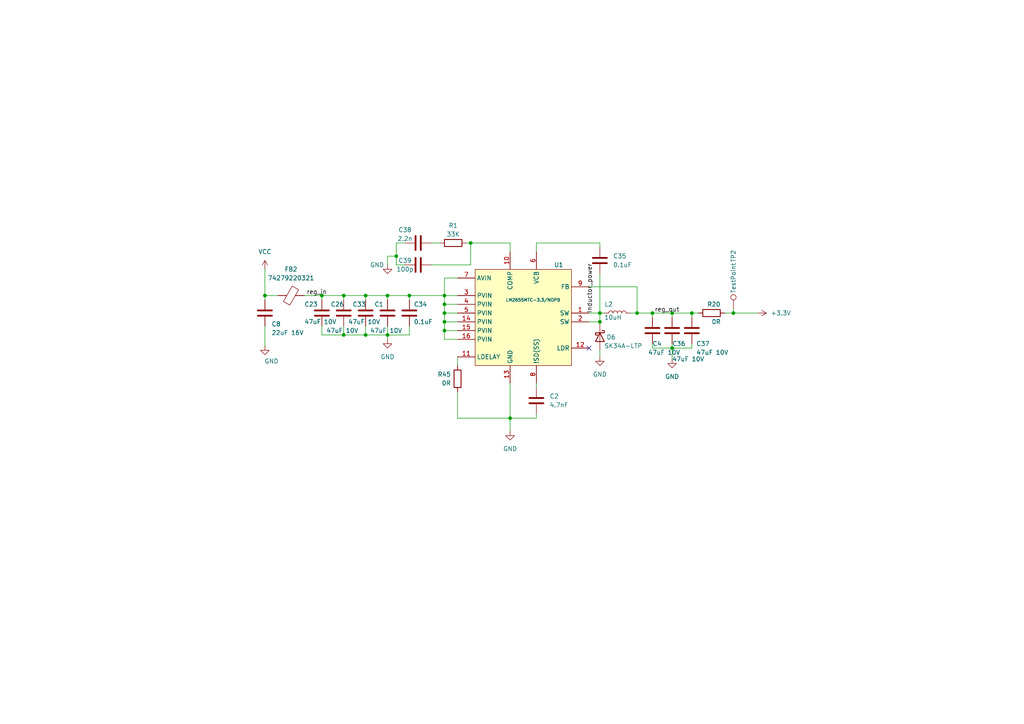
<source format=kicad_sch>
(kicad_sch (version 20230121) (generator eeschema)
  (paper "A4")
  (title_block (title "Hestia") (date "2022-07-14") (rev "2.0") (company "Mawson Rovers"))
  (lib_symbols
    (symbol "Connector:TestPoint" (pin_numbers hide) (pin_names (offset 0.762) hide)
      (property "Reference" "TP" (at 0 6.858 0))
      (property "Value" "TestPoint" (at 0 5.08 0))
      (symbol "TestPoint_0_1"
        (circle (center 0 3.302) (radius 0.762))
      )
      (symbol "TestPoint_1_1"
        (pin passive line (at 0 0 90) (length 2.54) (name "1") (number "1"))
      )
    )
    (symbol "Device:C" (pin_numbers hide) (pin_names (offset 0.254))
      (property "Reference" "C" (at 0.635 2.54 0))
      (property "Value" "C" (at 0.635 -2.54 0))
      (symbol "C_0_1"
        (polyline (pts (xy -2.032 -0.762) (xy 2.032 -0.762)) (stroke (width 0.508)))
        (polyline (pts (xy -2.032 0.762) (xy 2.032 0.762)) (stroke (width 0.508)))
      )
      (symbol "C_1_1"
        (pin passive line (at 0 3.81 270) (length 2.794) (name "~") (number "1"))
        (pin passive line (at 0 -3.81 90) (length 2.794) (name "~") (number "2"))
      )
    )
    (symbol "Device:D_Schottky" (pin_numbers hide) (pin_names (offset 1.016) hide)
      (property "Reference" "D" (at 0 2.54 0))
      (property "Value" "D_Schottky" (at 0 -2.54 0))
      (symbol "D_Schottky_0_1"
        (polyline (pts (xy 1.27 0) (xy -1.27 0)))
        (polyline (pts (xy 1.27 1.27) (xy 1.27 -1.27) (xy -1.27 0) (xy 1.27 1.27)) (stroke (width 0.254)))
        (polyline (pts (xy -1.905 0.635) (xy -1.905 1.27) (xy -1.27 1.27) (xy -1.27 -1.27) (xy -0.635 -1.27) (xy -0.635 -0.635)) (stroke (width 0.254)))
      )
      (symbol "D_Schottky_1_1"
        (pin passive line (at -3.81 0 0) (length 2.54) (name "K") (number "1"))
        (pin passive line (at 3.81 0 180) (length 2.54) (name "A") (number "2"))
      )
    )
    (symbol "Device:FerriteBead" (pin_numbers hide) (pin_names (offset 0))
      (property "Reference" "FB" (at -3.81 0.635 90))
      (property "Value" "FerriteBead" (at 3.81 0 90))
      (symbol "FerriteBead_0_1"
        (polyline (pts (xy 0 -1.27) (xy 0 -1.2192)))
        (polyline (pts (xy 0 1.27) (xy 0 1.2954)))
        (polyline (pts (xy -2.7686 0.4064) (xy -1.7018 2.2606) (xy 2.7686 -0.3048) (xy 1.6764 -2.159) (xy -2.7686 0.4064)))
      )
      (symbol "FerriteBead_1_1"
        (pin passive line (at 0 3.81 270) (length 2.54) (name "~") (number "1"))
        (pin passive line (at 0 -3.81 90) (length 2.54) (name "~") (number "2"))
      )
    )
    (symbol "Device:L" (pin_numbers hide) (pin_names (offset 1.016) hide)
      (property "Reference" "L" (at -1.27 0 90))
      (property "Value" "L" (at 1.905 0 90))
      (symbol "L_0_1"
        (arc (start 0 -2.54) (mid 0.6323 -1.905) (end 0 -1.27))
        (arc (start 0 -1.27) (mid 0.6323 -0.635) (end 0 0))
        (arc (start 0 0) (mid 0.6323 0.635) (end 0 1.27))
        (arc (start 0 1.27) (mid 0.6323 1.905) (end 0 2.54))
      )
      (symbol "L_1_1"
        (pin passive line (at 0 3.81 270) (length 1.27) (name "1") (number "1"))
        (pin passive line (at 0 -3.81 90) (length 1.27) (name "2") (number "2"))
      )
    )
    (symbol "Device:R" (pin_numbers hide) (pin_names (offset 0))
      (property "Reference" "R" (at 2.032 0 90))
      (property "Value" "R" (at 0 0 90))
      (symbol "R_0_1"
        (rectangle (start -1.016 -2.54) (end 1.016 2.54) (stroke (width 0.254)))
      )
      (symbol "R_1_1"
        (pin passive line (at 0 3.81 270) (length 1.27) (name "~") (number "1"))
        (pin passive line (at 0 -3.81 90) (length 1.27) (name "~") (number "2"))
      )
    )
    (symbol "Hestia:LM2655MTC-3.3{slash}NOPB"
      (property "Reference" "U" (at -2.54 2.54 0))
      (property "Value" "LM2655MTC-3.3{slash}NOPB" (at -2.54 7.62 0))
      (symbol "LM2655MTC-3.3{slash}NOPB_0_1"
        (rectangle (start -17.78 17.78) (end 10.16 -10.16) (fill (type background)))
      )
      (symbol "LM2655MTC-3.3{slash}NOPB_1_1"
        (pin output line (at 15.24 5.08 180) (length 5.08) (name "SW") (number "1"))
        (pin input line (at -7.62 22.86 270) (length 5.08) (name "COMP") (number "10"))
        (pin input line (at -22.86 -7.62 0) (length 5.08) (name "LDELAY") (number "11"))
        (pin input line (at 15.24 -5.08 180) (length 5.08) (name "LDR") (number "12"))
        (pin power_in line (at -7.62 -15.24 90) (length 5.08) (name "GND") (number "13"))
        (pin power_in line (at -22.86 2.54 0) (length 5.08) (name "PVIN") (number "14"))
        (pin power_in line (at -22.86 0 0) (length 5.08) (name "PVIN") (number "15"))
        (pin power_in line (at -22.86 -2.54 0) (length 5.08) (name "PVIN") (number "16"))
        (pin output line (at 15.24 2.54 180) (length 5.08) (name "SW") (number "2"))
        (pin power_in line (at -22.86 10.16 0) (length 5.08) (name "PVIN") (number "3"))
        (pin power_in line (at -22.86 7.62 0) (length 5.08) (name "PVIN") (number "4"))
        (pin power_in line (at -22.86 5.08 0) (length 5.08) (name "PVIN") (number "5"))
        (pin input line (at 0 22.86 270) (length 5.08) (name "VCB") (number "6"))
        (pin power_in line (at -22.86 15.24 0) (length 5.08) (name "AVIN") (number "7"))
        (pin input line (at 0 -15.24 90) (length 5.08) (name "!SD(SS)") (number "8"))
        (pin input line (at 15.24 12.7 180) (length 5.08) (name "FB") (number "9"))
      )
    )
    (symbol "power:+3.3V" (power) (pin_names (offset 0))
      (property "Value" "+3.3V" (at 0 3.556 0))
      (symbol "+3.3V_0_1"
        (polyline (pts (xy -0.762 1.27) (xy 0 2.54)))
        (polyline (pts (xy 0 0) (xy 0 2.54)))
        (polyline (pts (xy 0 2.54) (xy 0.762 1.27)))
      )
      (symbol "+3.3V_1_1"
        (pin power_in line (at 0 0 90) (length 0) hide (name "+3.3V") (number "1"))
      )
    )
    (symbol "power:GND" (power) (pin_names (offset 0))
      (property "Value" "GND" (at 0 -3.81 0))
      (symbol "GND_0_1"
        (polyline (pts (xy 0 0) (xy 0 -1.27) (xy 1.27 -1.27) (xy 0 -2.54) (xy -1.27 -1.27) (xy 0 -1.27)))
      )
      (symbol "GND_1_1"
        (pin power_in line (at 0 0 270) (length 0) hide (name "GND") (number "1"))
      )
    )
    (symbol "power:VCC" (power) (pin_names (offset 0))
      (property "Value" "VCC" (at 0 3.81 0))
      (symbol "VCC_0_1"
        (polyline (pts (xy -0.762 1.27) (xy 0 2.54)))
        (polyline (pts (xy 0 0) (xy 0 2.54)))
        (polyline (pts (xy 0 2.54) (xy 0.762 1.27)))
      )
      (symbol "VCC_1_1"
        (pin power_in line (at 0 0 90) (length 0) hide (name "VCC") (number "1"))
      )
    )
  )
  (junction (at 93.345 85.725))
  (junction (at 128.905 88.265))
  (junction (at 194.945 90.805))
  (junction (at 184.785 90.805))
  (junction (at 114.935 74.295))
  (junction (at 173.99 90.805))
  (junction (at 200.66 90.805))
  (junction (at 147.955 121.285))
  (junction (at 118.745 85.725))
  (junction (at 128.905 90.805))
  (junction (at 106.045 97.155))
  (junction (at 128.905 95.885))
  (junction (at 128.905 85.725))
  (junction (at 194.945 100.965))
  (junction (at 106.045 85.725))
  (junction (at 128.905 93.345))
  (junction (at 112.395 85.725))
  (junction (at 112.395 97.155))
  (junction (at 136.525 70.485))
  (junction (at 212.725 90.805))
  (junction (at 99.695 97.155))
  (junction (at 99.695 85.725))
  (junction (at 76.835 85.725))
  (junction (at 173.99 93.345))
  (junction (at 189.23 90.805))
  (no_connect (at 170.815 100.965))
  (wire (pts (xy 189.23 92.075) (xy 189.23 90.805)))
  (wire (pts (xy 189.23 100.965) (xy 194.945 100.965)))
  (wire (pts (xy 155.575 73.025) (xy 155.575 70.485)))
  (wire (pts (xy 132.715 113.665) (xy 132.715 121.285)))
  (wire (pts (xy 194.945 100.965) (xy 200.66 100.965)))
  (wire (pts (xy 173.99 90.805) (xy 175.26 90.805)))
  (wire (pts (xy 99.695 94.615) (xy 99.695 97.155)))
  (wire (pts (xy 128.905 85.725) (xy 132.715 85.725)))
  (wire (pts (xy 128.905 93.345) (xy 128.905 95.885)))
  (wire (pts (xy 93.345 94.615) (xy 93.345 97.155)))
  (wire (pts (xy 106.045 94.615) (xy 106.045 97.155)))
  (wire (pts (xy 128.905 80.645) (xy 128.905 85.725)))
  (wire (pts (xy 155.575 120.015) (xy 155.575 121.285)))
  (wire (pts (xy 128.905 93.345) (xy 132.715 93.345)))
  (wire (pts (xy 128.905 88.265) (xy 128.905 85.725)))
  (wire (pts (xy 147.955 121.285) (xy 155.575 121.285)))
  (wire (pts (xy 117.475 76.835) (xy 114.935 76.835)))
  (wire (pts (xy 212.725 89.535) (xy 212.725 90.805)))
  (wire (pts (xy 128.905 93.345) (xy 128.905 90.805)))
  (wire (pts (xy 194.945 99.695) (xy 194.945 100.965)))
  (wire (pts (xy 93.345 85.725) (xy 99.695 85.725)))
  (wire (pts (xy 170.815 93.345) (xy 173.99 93.345)))
  (wire (pts (xy 212.725 90.805) (xy 219.71 90.805)))
  (wire (pts (xy 106.045 85.725) (xy 106.045 86.995)))
  (wire (pts (xy 194.945 100.965) (xy 194.945 104.14)))
  (wire (pts (xy 99.695 85.725) (xy 99.695 86.995)))
  (wire (pts (xy 189.23 99.695) (xy 189.23 100.965)))
  (wire (pts (xy 184.785 90.805) (xy 189.23 90.805)))
  (wire (pts (xy 125.095 70.485) (xy 127.635 70.485)))
  (wire (pts (xy 114.935 70.485) (xy 117.475 70.485)))
  (wire (pts (xy 173.99 93.345) (xy 173.99 90.805)))
  (wire (pts (xy 112.395 97.155) (xy 118.745 97.155)))
  (wire (pts (xy 118.745 85.725) (xy 112.395 85.725)))
  (wire (pts (xy 155.575 70.485) (xy 173.99 70.485)))
  (wire (pts (xy 212.725 90.805) (xy 210.185 90.805)))
  (wire (pts (xy 99.695 97.155) (xy 106.045 97.155)))
  (wire (pts (xy 112.395 74.295) (xy 114.935 74.295)))
  (wire (pts (xy 147.955 111.125) (xy 147.955 121.285)))
  (wire (pts (xy 135.255 70.485) (xy 136.525 70.485)))
  (wire (pts (xy 128.905 85.725) (xy 118.745 85.725)))
  (wire (pts (xy 200.66 99.695) (xy 200.66 100.965)))
  (wire (pts (xy 136.525 76.835) (xy 136.525 70.485)))
  (wire (pts (xy 194.945 90.805) (xy 194.945 92.075)))
  (wire (pts (xy 132.715 95.885) (xy 128.905 95.885)))
  (wire (pts (xy 132.715 98.425) (xy 128.905 98.425)))
  (wire (pts (xy 118.745 85.725) (xy 118.745 86.995)))
  (wire (pts (xy 76.835 78.105) (xy 76.835 85.725)))
  (wire (pts (xy 88.265 85.725) (xy 93.345 85.725)))
  (wire (pts (xy 106.045 97.155) (xy 112.395 97.155)))
  (wire (pts (xy 128.905 95.885) (xy 128.905 98.425)))
  (wire (pts (xy 173.99 70.485) (xy 173.99 71.755)))
  (wire (pts (xy 128.905 88.265) (xy 132.715 88.265)))
  (wire (pts (xy 200.66 90.805) (xy 200.66 92.075)))
  (wire (pts (xy 112.395 97.155) (xy 112.395 98.425)))
  (wire (pts (xy 147.955 121.285) (xy 147.955 125.095)))
  (wire (pts (xy 136.525 70.485) (xy 147.955 70.485)))
  (wire (pts (xy 132.715 103.505) (xy 132.715 106.045)))
  (wire (pts (xy 155.575 111.125) (xy 155.575 112.395)))
  (wire (pts (xy 114.935 74.295) (xy 114.935 70.485)))
  (wire (pts (xy 147.955 73.025) (xy 147.955 70.485)))
  (wire (pts (xy 112.395 85.725) (xy 112.395 86.995)))
  (wire (pts (xy 93.345 97.155) (xy 99.695 97.155)))
  (wire (pts (xy 76.835 85.725) (xy 76.835 86.995)))
  (wire (pts (xy 170.815 90.805) (xy 173.99 90.805)))
  (wire (pts (xy 194.945 90.805) (xy 200.66 90.805)))
  (wire (pts (xy 128.905 90.805) (xy 132.715 90.805)))
  (wire (pts (xy 189.23 90.805) (xy 194.945 90.805)))
  (wire (pts (xy 112.395 94.615) (xy 112.395 97.155)))
  (wire (pts (xy 184.785 90.805) (xy 184.785 83.185)))
  (wire (pts (xy 173.99 79.375) (xy 173.99 90.805)))
  (wire (pts (xy 76.835 85.725) (xy 80.645 85.725)))
  (wire (pts (xy 93.345 85.725) (xy 93.345 86.995)))
  (wire (pts (xy 132.715 80.645) (xy 128.905 80.645)))
  (wire (pts (xy 106.045 85.725) (xy 112.395 85.725)))
  (wire (pts (xy 99.695 85.725) (xy 106.045 85.725)))
  (wire (pts (xy 147.955 121.285) (xy 132.715 121.285)))
  (wire (pts (xy 170.815 83.185) (xy 184.785 83.185)))
  (wire (pts (xy 173.99 101.6) (xy 173.99 103.505)))
  (wire (pts (xy 118.745 94.615) (xy 118.745 97.155)))
  (wire (pts (xy 173.99 93.98) (xy 173.99 93.345)))
  (wire (pts (xy 182.88 90.805) (xy 184.785 90.805)))
  (wire (pts (xy 114.935 76.835) (xy 114.935 74.295)))
  (wire (pts (xy 76.835 94.615) (xy 76.835 100.33)))
  (wire (pts (xy 128.905 90.805) (xy 128.905 88.265)))
  (wire (pts (xy 125.095 76.835) (xy 136.525 76.835)))
  (wire (pts (xy 200.66 90.805) (xy 202.565 90.805)))
  (wire (pts (xy 112.395 76.835) (xy 112.395 74.295)))
  (label "reg_out" (at 189.865 90.805 0))
  (label "reg_in" (at 88.9 85.725 0))
  (label "Inductor_power" (at 172.085 90.805 90))
  (symbol (lib_id "power:GND") (at 194.945 104.14 0) (unit 1)
    (property "Reference" "#PWR05" (effects hide))
    (property "Value" "GND" (at 194.945 109.22 0))
  )
  (symbol (lib_id "power:GND") (at 112.395 76.835 0) (unit 1)
    (property "Reference" "#PWR0141" (effects hide))
    (property "Value" "GND" (at 107.315 76.835 0) (effects (justify left)))
  )
  (symbol (lib_id "Hestia:LM2655MTC-3.3{slash}NOPB") (at 155.575 95.885 0) (unit 1)
    (property "Reference" "U1" (at 160.655 76.835 0) (effects (justify left)))
    (property "Value" "LM2655MTC-3.3/NOPB" (at 146.685 86.995 0) (effects (font (size 0.9 0.9)) (justify left)))
    (property "Footprint" "Package_SO:TSSOP-16_4.4x5mm_P0.65mm" (effects hide))
    (property "Datasheet" "https://www.ti.com/lit/ds/symlink/lm2655.pdf?ts=1657771011072&ref_url=https%253A%252F%252Fwww.ti.com%252Fproduct%252FLM2655%252Fpart-details%252FLM2655MTC-3.3%252FNOPB" (effects hide))
    (property "Manufacturer" "Texas Instruments" (effects hide))
    (property "Type" "SMD" (effects hide))
    (property "Digikey Part" "LM2655MTC-3.3/NOPB-ND" (effects hide))
    (property "Mfr PN" "LM2655MTC-3.3/NOPB" (effects hide))
  )
  (symbol (lib_id "Device:L") (at 179.07 90.805 270) (mirror x) (unit 1)
    (property "Reference" "L2" (at 176.53 88.265 90))
    (property "Value" "10uH" (at 177.8 92.075 90))
    (property "Footprint" "Hestia:SRP5030C" (effects hide))
    (property "Type" "SMD" (effects hide))
    (property "Digikey Part" "118-SRP5030C-100MCT-ND" (effects hide))
    (property "Manufacturer" "Bourns Inc." (effects hide))
    (property "Mfr PN" "SRP5030C-100M" (effects hide))
  )
  (symbol (lib_id "Device:C") (at 76.835 90.805 0) (unit 1)
    (property "Reference" "C8" (at 78.74 93.98 0) (effects (justify left)))
    (property "Value" "22uF 16V" (at 78.74 96.52 0) (effects (justify left)))
    (property "Footprint" "Capacitor_SMD:C_1206_3216Metric" (effects hide))
    (property "LCSC Part" "C13585" (effects hide))
    (property "Digikey Part" "1276-2728-1-ND" (effects hide))
    (property "Type" "SMD" (effects hide))
    (property "Manufacturer" "Samsung Electro-Mechanics" (effects hide))
    (property "Mfr PN" "CL31A226MOCLNNC" (effects hide))
  )
  (symbol (lib_id "Device:C") (at 118.745 90.805 180) (unit 1)
    (property "Reference" "C34" (at 120.015 88.265 0) (effects (justify right)))
    (property "Value" "0.1uF" (at 120.015 93.345 0) (effects (justify right)))
    (property "Footprint" "Capacitor_SMD:C_0603_1608Metric_Pad1.08x0.95mm_HandSolder" (effects hide))
    (property "Type" "SMD" (effects hide))
    (property "Digikey Part" "1276-CL10B104KB8WPNDCT-ND" (effects hide))
    (property "Manufacturer" "Samsung Electro-Mechanics" (effects hide))
    (property "Mfr PN" "CL10B104KB8WPND" (effects hide))
  )
  (symbol (lib_id "Device:R") (at 132.715 109.855 0) (unit 1)
    (property "Reference" "R45" (at 130.81 108.5849 0) (effects (justify right)))
    (property "Value" "0R" (at 130.81 111.1249 0) (effects (justify right)))
    (property "Footprint" "Resistor_SMD:R_0603_1608Metric_Pad0.98x0.95mm_HandSolder" (effects hide))
    (property "Type" "SMD" (effects hide))
    (property "Digikey Part" "RMCF0603ZT0R00CT-ND" (effects hide))
    (property "Manufacturer" "Stackpole Electronics Inc" (effects hide))
    (property "Mfr PN" "RMCF0603ZT0R00" (effects hide))
  )
  (symbol (lib_id "Connector:TestPoint") (at 212.725 89.535 0) (unit 1)
    (property "Reference" "TP2" (at 212.725 74.295 90))
    (property "Value" "TestPoint" (at 212.725 80.645 90))
    (property "Footprint" "TestPoint:TestPoint_Pad_2.0x2.0mm" (effects hide))
  )
  (symbol (lib_id "Device:C") (at 121.285 70.485 270) (unit 1)
    (property "Reference" "C38" (at 117.475 66.675 90))
    (property "Value" "2.2n" (at 117.475 69.215 90))
    (property "Footprint" "Capacitor_SMD:C_0603_1608Metric_Pad1.08x0.95mm_HandSolder" (effects hide))
    (property "Type" "SMD" (effects hide))
    (property "Digikey Part" "399-6871-1-ND" (effects hide))
    (property "Manufacturer" "KEMET" (effects hide))
    (property "Mfr PN" "C0603C222K5RACAUTO" (effects hide))
  )
  (symbol (lib_id "Device:C") (at 99.695 90.805 0) (unit 1)
    (property "Reference" "C26" (at 95.885 88.265 0) (effects (justify left)))
    (property "Value" "47uF 10V" (at 94.615 95.885 0) (effects (justify left)))
    (property "Footprint" "Capacitor_SMD:C_0805_2012Metric_Pad1.18x1.45mm_HandSolder" (effects hide))
    (property "Type" "SMD" (effects hide))
    (property "Digikey Part" "587-5465-1-ND" (effects hide))
    (property "Manufacturer" "Taiyo Yuden" (effects hide))
    (property "Mfr PN" "LMK212BBJ476MG-T" (effects hide))
  )
  (symbol (lib_id "Device:D_Schottky") (at 173.99 97.79 270) (unit 1)
    (property "Reference" "D6" (at 175.895 97.79 90) (effects (justify left)))
    (property "Value" "SK34A-LTP" (at 175.26 100.33 90) (effects (justify left)))
    (property "Footprint" "Diode_SMD:D_SMA" (effects hide))
    (property "Datasheet" "https://www.mccsemi.com/pdf/Products/SK32A-L-SK310A-L(DO-214AC).pdf" (effects hide))
    (property "Type" "SMD" (effects hide))
    (property "Digikey Part" "SK34A-LTPMSCT-ND" (effects hide))
    (property "Manufacturer" "Micro Commercial Co" (effects hide))
    (property "Mfr PN" "SK34A-LTP" (effects hide))
  )
  (symbol (lib_id "Device:C") (at 173.99 75.565 0) (unit 1)
    (property "Reference" "C35" (at 177.8 74.2949 0) (effects (justify left)))
    (property "Value" "0.1uF" (at 177.8 76.8349 0) (effects (justify left)))
    (property "Footprint" "Capacitor_SMD:C_0603_1608Metric_Pad1.08x0.95mm_HandSolder" (effects hide))
    (property "Type" "SMD" (effects hide))
    (property "Digikey Part" "1276-CL10B104KB8WPNDCT-ND" (effects hide))
    (property "Manufacturer" "Samsung Electro-Mechanics" (effects hide))
    (property "Mfr PN" "CL10B104KB8WPND" (effects hide))
  )
  (symbol (lib_id "Device:C") (at 106.045 90.805 0) (unit 1)
    (property "Reference" "C33" (at 102.235 88.265 0) (effects (justify left)))
    (property "Value" "47uF 10V" (at 100.965 93.345 0) (effects (justify left)))
    (property "Footprint" "Capacitor_SMD:C_0805_2012Metric_Pad1.18x1.45mm_HandSolder" (effects hide))
    (property "Type" "SMD" (effects hide))
    (property "Digikey Part" "587-5465-1-ND" (effects hide))
    (property "Manufacturer" "Taiyo Yuden" (effects hide))
    (property "Mfr PN" "LMK212BBJ476MG-T" (effects hide))
  )
  (symbol (lib_id "power:GND") (at 173.99 103.505 0) (unit 1)
    (property "Reference" "#PWR04" (effects hide))
    (property "Value" "GND" (at 173.99 108.585 0))
  )
  (symbol (lib_id "Device:R") (at 131.445 70.485 270) (unit 1)
    (property "Reference" "R1" (at 131.445 65.405 90))
    (property "Value" "33K" (at 131.445 67.945 90))
    (property "Footprint" "Resistor_SMD:R_0603_1608Metric_Pad0.98x0.95mm_HandSolder" (effects hide))
    (property "Type" "SMD" (effects hide))
    (property "Digikey Part" "P33KBYCT-ND" (effects hide))
    (property "Manufacturer" "Panasonic Electronic Components" (effects hide))
    (property "Mfr PN" "ERJ-PA3F3302V" (effects hide))
  )
  (symbol (lib_id "Device:R") (at 206.375 90.805 270) (unit 1)
    (property "Reference" "R20" (at 205.105 88.265 90) (effects (justify left)))
    (property "Value" "0R" (at 206.375 93.345 90) (effects (justify left)))
    (property "Footprint" "Resistor_SMD:R_1210_3225Metric_Pad1.30x2.65mm_HandSolder" (effects hide))
    (property "Type" "SMD" (effects hide))
    (property "Digikey Part" "YAG3375CT-ND" (effects hide))
    (property "Manufacturer" "YAGEO" (effects hide))
    (property "Mfr PN" "RC1210JR-070RL" (effects hide))
  )
  (symbol (lib_id "power:GND") (at 76.835 100.33 0) (unit 1)
    (property "Reference" "#PWR08" (effects hide))
    (property "Value" "GND" (at 78.74 104.775 0))
  )
  (symbol (lib_id "Device:C") (at 194.945 95.885 0) (unit 1)
    (property "Reference" "C36" (at 194.945 99.695 0) (effects (justify left)))
    (property "Value" "47uF 10V" (at 194.945 104.14 0) (effects (justify left)))
    (property "Footprint" "Capacitor_SMD:C_0805_2012Metric_Pad1.18x1.45mm_HandSolder" (effects hide))
    (property "Type" "SMD" (effects hide))
    (property "Digikey Part" "587-5465-1-ND" (effects hide))
    (property "Manufacturer" "Taiyo Yuden" (effects hide))
    (property "Mfr PN" "LMK212BBJ476MG-T" (effects hide))
  )
  (symbol (lib_id "Device:C") (at 93.345 90.805 0) (unit 1)
    (property "Reference" "C23" (at 88.265 88.265 0) (effects (justify left)))
    (property "Value" "47uF 10V" (at 88.265 93.345 0) (effects (justify left)))
    (property "Footprint" "Capacitor_SMD:C_0805_2012Metric_Pad1.18x1.45mm_HandSolder" (effects hide))
    (property "Type" "SMD" (effects hide))
    (property "Digikey Part" "587-5465-1-ND" (effects hide))
    (property "Manufacturer" "Taiyo Yuden" (effects hide))
    (property "Mfr PN" "LMK212BBJ476MG-T" (effects hide))
  )
  (symbol (lib_id "Device:FerriteBead") (at 84.455 85.725 90) (unit 1)
    (property "Reference" "FB2" (at 84.4042 78.105 90))
    (property "Value" "74279220321" (at 84.4042 80.645 90))
    (property "Footprint" "Resistor_SMD:R_0805_2012Metric_Pad1.20x1.40mm_HandSolder" (effects hide))
    (property "Type" "SMD" (effects hide))
    (property "Digikey Part" "732-6125-1-ND" (effects hide))
    (property "Manufacturer" "Würth Elektronik" (effects hide))
    (property "Mfr PN" "74279220321" (effects hide))
  )
  (symbol (lib_id "power:VCC") (at 76.835 78.105 0) (unit 1)
    (property "Reference" "#PWR01" (effects hide))
    (property "Value" "VCC" (at 76.835 73.025 0))
  )
  (symbol (lib_id "power:GND") (at 112.395 98.425 0) (unit 1)
    (property "Reference" "#PWR02" (effects hide))
    (property "Value" "GND" (at 112.395 103.505 0))
  )
  (symbol (lib_id "power:GND") (at 147.955 125.095 0) (unit 1)
    (property "Reference" "#PWR0164" (effects hide))
    (property "Value" "GND" (at 147.955 130.175 0))
  )
  (symbol (lib_id "Device:C") (at 189.23 95.885 0) (unit 1)
    (property "Reference" "C4" (at 189.23 99.695 0) (effects (justify left)))
    (property "Value" "47uF 10V" (at 187.96 102.235 0) (effects (justify left)))
    (property "Footprint" "Capacitor_SMD:C_0805_2012Metric_Pad1.18x1.45mm_HandSolder" (effects hide))
    (property "Type" "SMD" (effects hide))
    (property "Digikey Part" "587-5465-1-ND" (effects hide))
    (property "Manufacturer" "Taiyo Yuden" (effects hide))
    (property "Mfr PN" "LMK212BBJ476MG-T" (effects hide))
  )
  (symbol (lib_id "Device:C") (at 200.66 95.885 0) (unit 1)
    (property "Reference" "C37" (at 201.93 99.695 0) (effects (justify left)))
    (property "Value" "47uF 10V" (at 201.93 102.235 0) (effects (justify left)))
    (property "Footprint" "Capacitor_SMD:C_0805_2012Metric_Pad1.18x1.45mm_HandSolder" (effects hide))
    (property "Type" "SMD" (effects hide))
    (property "Digikey Part" "587-5465-1-ND" (effects hide))
    (property "Manufacturer" "Taiyo Yuden" (effects hide))
    (property "Mfr PN" "LMK212BBJ476MG-T" (effects hide))
  )
  (symbol (lib_id "Device:C") (at 121.285 76.835 270) (unit 1)
    (property "Reference" "C39" (at 117.475 75.565 90))
    (property "Value" "100p" (at 117.475 78.105 90))
    (property "Footprint" "Capacitor_SMD:C_0603_1608Metric_Pad1.08x0.95mm_HandSolder" (effects hide))
    (property "Type" "SMD" (effects hide))
    (property "Digikey Part" "720-1649-1-ND" (effects hide))
    (property "Manufacturer" "Vishay Vitramon" (effects hide))
    (property "Mfr PN" "VJ0603A101FXACW1BC" (effects hide))
  )
  (symbol (lib_id "Device:C") (at 155.575 116.205 0) (unit 1)
    (property "Reference" "C2" (at 159.385 114.9349 0) (effects (justify left)))
    (property "Value" "4.7nF" (at 159.385 117.4749 0) (effects (justify left)))
    (property "Footprint" "Capacitor_SMD:C_0603_1608Metric_Pad1.08x0.95mm_HandSolder" (effects hide))
    (property "Type" "SMD" (effects hide))
    (property "Digikey Part" "1276-6532-1-ND" (effects hide))
    (property "Mfr PN" "CL10B472KB8WPNC" (effects hide))
    (property "Manufacturer" "Samsung Electro-Mechanics" (effects hide))
  )
  (symbol (lib_id "Device:C") (at 112.395 90.805 0) (unit 1)
    (property "Reference" "C1" (at 108.585 88.265 0) (effects (justify left)))
    (property "Value" "47uF 10V" (at 107.315 95.885 0) (effects (justify left)))
    (property "Footprint" "Capacitor_SMD:C_0805_2012Metric_Pad1.18x1.45mm_HandSolder" (effects hide))
    (property "Type" "SMD" (effects hide))
    (property "Digikey Part" "587-5465-1-ND" (effects hide))
    (property "Manufacturer" "Taiyo Yuden" (effects hide))
    (property "Mfr PN" "LMK212BBJ476MG-T" (effects hide))
  )
  (symbol (lib_id "power:+3.3V") (at 219.71 90.805 270) (unit 1)
    (property "Reference" "#PWR06" (effects hide))
    (property "Value" "+3.3V" (at 223.52 90.8049 90) (effects (justify left)))
  )
)
</source>
